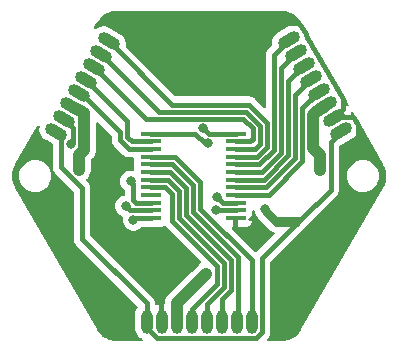
<source format=gbr>
%TF.GenerationSoftware,KiCad,Pcbnew,7.0.9*%
%TF.CreationDate,2024-01-11T17:27:39+09:00*%
%TF.ProjectId,LineIntegratedBoard,4c696e65-496e-4746-9567-726174656442,rev?*%
%TF.SameCoordinates,Original*%
%TF.FileFunction,Copper,L2,Bot*%
%TF.FilePolarity,Positive*%
%FSLAX46Y46*%
G04 Gerber Fmt 4.6, Leading zero omitted, Abs format (unit mm)*
G04 Created by KiCad (PCBNEW 7.0.9) date 2024-01-11 17:27:39*
%MOMM*%
%LPD*%
G01*
G04 APERTURE LIST*
G04 Aperture macros list*
%AMHorizOval*
0 Thick line with rounded ends*
0 $1 width*
0 $2 $3 position (X,Y) of the first rounded end (center of the circle)*
0 $4 $5 position (X,Y) of the second rounded end (center of the circle)*
0 Add line between two ends*
20,1,$1,$2,$3,$4,$5,0*
0 Add two circle primitives to create the rounded ends*
1,1,$1,$2,$3*
1,1,$1,$4,$5*%
G04 Aperture macros list end*
%TA.AperFunction,SMDPad,CuDef*%
%ADD10R,1.750000X0.450000*%
%TD*%
%TA.AperFunction,SMDPad,CuDef*%
%ADD11HorizOval,1.000000X0.433013X-0.250000X-0.433013X0.250000X0*%
%TD*%
%TA.AperFunction,SMDPad,CuDef*%
%ADD12O,1.000000X2.000000*%
%TD*%
%TA.AperFunction,SMDPad,CuDef*%
%ADD13HorizOval,1.000000X0.433013X0.250000X-0.433013X-0.250000X0*%
%TD*%
%TA.AperFunction,ViaPad*%
%ADD14C,0.800000*%
%TD*%
%TA.AperFunction,Conductor*%
%ADD15C,0.400000*%
%TD*%
%TA.AperFunction,Conductor*%
%ADD16C,1.000000*%
%TD*%
G04 APERTURE END LIST*
D10*
%TO.P,U1,1,COM*%
%TO.N,Data*%
X155492000Y-86595000D03*
%TO.P,U1,2,I7*%
%TO.N,8*%
X155492000Y-87245000D03*
%TO.P,U1,3,I6*%
%TO.N,7*%
X155492000Y-87895000D03*
%TO.P,U1,4,I5*%
%TO.N,6*%
X155492000Y-88545000D03*
%TO.P,U1,5,I4*%
%TO.N,5*%
X155492000Y-89195000D03*
%TO.P,U1,6,I3*%
%TO.N,4*%
X155492000Y-89845000D03*
%TO.P,U1,7,I2*%
%TO.N,3*%
X155492000Y-90495000D03*
%TO.P,U1,8,I1*%
%TO.N,2*%
X155492000Y-91145000D03*
%TO.P,U1,9,I0*%
%TO.N,1*%
X155492000Y-91795000D03*
%TO.P,U1,10,S0*%
%TO.N,S0*%
X155492000Y-92445000D03*
%TO.P,U1,11,S1*%
%TO.N,S1*%
X155492000Y-93095000D03*
%TO.P,U1,12,GND*%
%TO.N,GND*%
X155492000Y-93745000D03*
%TO.P,U1,13,S3*%
%TO.N,S3*%
X148292000Y-93745000D03*
%TO.P,U1,14,S2*%
%TO.N,S2*%
X148292000Y-93095000D03*
%TO.P,U1,15,~{E}*%
%TO.N,E*%
X148292000Y-92445000D03*
%TO.P,U1,16,I15*%
%TO.N,unconnected-(U1-I15-Pad16)*%
X148292000Y-91795000D03*
%TO.P,U1,17,I14*%
%TO.N,15*%
X148292000Y-91145000D03*
%TO.P,U1,18,I13*%
%TO.N,14*%
X148292000Y-90495000D03*
%TO.P,U1,19,I12*%
%TO.N,13*%
X148292000Y-89845000D03*
%TO.P,U1,20,I11*%
%TO.N,12*%
X148292000Y-89195000D03*
%TO.P,U1,21,I10*%
%TO.N,11*%
X148292000Y-88545000D03*
%TO.P,U1,22,I9*%
%TO.N,10*%
X148292000Y-87895000D03*
%TO.P,U1,23,I8*%
%TO.N,9*%
X148292000Y-87245000D03*
%TO.P,U1,24,VCC*%
%TO.N,+3.3V*%
X148292000Y-86595000D03*
%TD*%
D11*
%TO.P,J2,1,Pin_1*%
%TO.N,+3.3V*%
X140316683Y-86464282D03*
%TO.P,J2,2,Pin_2*%
%TO.N,GND*%
X140951683Y-85364430D03*
%TO.P,J2,3,Pin_3*%
%TO.N,+5VA*%
X141586683Y-84264578D03*
%TO.P,J2,4,Pin_4*%
%TO.N,10*%
X142221683Y-83164726D03*
%TO.P,J2,5,Pin_5*%
%TO.N,9*%
X142856683Y-82064873D03*
%TO.P,J2,6,Pin_6*%
%TO.N,8*%
X143491683Y-80965021D03*
%TO.P,J2,7,Pin_7*%
%TO.N,7*%
X144126683Y-79865169D03*
%TO.P,J2,8,Pin_8*%
%TO.N,6*%
X144761683Y-78765317D03*
%TD*%
D12*
%TO.P,J3,1,Pin_1*%
%TO.N,+3.3V*%
X147950000Y-102514400D03*
%TO.P,J3,2,Pin_2*%
%TO.N,GND*%
X149220000Y-102514400D03*
%TO.P,J3,3,Pin_3*%
%TO.N,+5VA*%
X150490000Y-102514400D03*
%TO.P,J3,4,Pin_4*%
%TO.N,15*%
X151760000Y-102514400D03*
%TO.P,J3,5,Pin_5*%
%TO.N,14*%
X153030000Y-102514400D03*
%TO.P,J3,6,Pin_6*%
%TO.N,13*%
X154300000Y-102514400D03*
%TO.P,J3,7,Pin_7*%
%TO.N,12*%
X155570000Y-102514400D03*
%TO.P,J3,8,Pin_8*%
%TO.N,11*%
X156840000Y-102514400D03*
%TD*%
D13*
%TO.P,J1,1,Pin_1*%
%TO.N,+3.3V*%
X164438283Y-86365725D03*
%TO.P,J1,2,Pin_2*%
%TO.N,GND*%
X163803283Y-85265873D03*
%TO.P,J1,3,Pin_3*%
%TO.N,+5VA*%
X163168283Y-84166021D03*
%TO.P,J1,4,Pin_4*%
%TO.N,1*%
X162533283Y-83066169D03*
%TO.P,J1,5,Pin_5*%
%TO.N,2*%
X161898283Y-81966316D03*
%TO.P,J1,6,Pin_6*%
%TO.N,3*%
X161263283Y-80866464D03*
%TO.P,J1,7,Pin_7*%
%TO.N,4*%
X160628283Y-79766612D03*
%TO.P,J1,8,Pin_8*%
%TO.N,5*%
X159993283Y-78666760D03*
%TD*%
D14*
%TO.N,+3.3V*%
X157988000Y-92964000D03*
X153160693Y-87391768D03*
%TO.N,GND*%
X159385000Y-77216000D03*
X140716000Y-96774000D03*
X151638000Y-97536000D03*
X160020000Y-96520000D03*
X152019000Y-82931000D03*
X165354000Y-87884000D03*
X146050000Y-77470000D03*
X145796000Y-100584000D03*
X158877000Y-99060000D03*
X157607000Y-83439000D03*
X141572955Y-87462062D03*
X157861000Y-78867000D03*
X159131000Y-103124000D03*
X162687000Y-99441000D03*
X143510000Y-98298000D03*
X152019000Y-77597000D03*
X145796000Y-96774000D03*
X139954000Y-93472000D03*
X138684000Y-87122000D03*
X157226000Y-96139000D03*
X165354000Y-94615000D03*
%TO.N,+5VA*%
X142240000Y-89662000D03*
X142240000Y-88392000D03*
X162630000Y-88392000D03*
X153000689Y-98459311D03*
X162630000Y-89662000D03*
X152400000Y-99060000D03*
%TO.N,Data*%
X152775236Y-86143500D03*
%TO.N,S0*%
X153924000Y-91948000D03*
%TO.N,S1*%
X153868039Y-93022439D03*
%TO.N,S3*%
X146840072Y-93894500D03*
%TO.N,S2*%
X146192971Y-92720968D03*
%TO.N,E*%
X146615332Y-90620668D03*
%TD*%
D15*
%TO.N,+3.3V*%
X157734000Y-101635608D02*
X157734000Y-97155000D01*
X157988000Y-93345000D02*
X158877000Y-94234000D01*
X140716000Y-86863599D02*
X140716000Y-89410792D01*
X158877000Y-93853000D02*
X160655000Y-93853000D01*
X163530000Y-91359000D02*
X163530000Y-87274008D01*
X152095365Y-86595000D02*
X152892133Y-87391768D01*
X163530000Y-87274008D02*
X164438283Y-86365725D01*
X147950000Y-102514400D02*
X147950000Y-103017192D01*
X158877000Y-94234000D02*
X160655000Y-94234000D01*
X142494000Y-95504000D02*
X147950000Y-100960000D01*
X157988000Y-92964000D02*
X158369000Y-93345000D01*
X157740000Y-101641608D02*
X157734000Y-101635608D01*
X157988000Y-92964000D02*
X157988000Y-93345000D01*
X158369000Y-93345000D02*
X158877000Y-93853000D01*
X140716000Y-89410792D02*
X142494000Y-91188792D01*
X160655000Y-93853000D02*
X161036000Y-93853000D01*
X161036000Y-93853000D02*
X163530000Y-91359000D01*
X142494000Y-91188792D02*
X142494000Y-95504000D01*
X140316683Y-86464282D02*
X140716000Y-86863599D01*
X157740000Y-103387192D02*
X157740000Y-101641608D01*
X157734000Y-97155000D02*
X161036000Y-93853000D01*
X148847208Y-103914400D02*
X157212792Y-103914400D01*
X148292000Y-86595000D02*
X152095365Y-86595000D01*
X152892133Y-87391768D02*
X153160693Y-87391768D01*
X157212792Y-103914400D02*
X157740000Y-103387192D01*
X147950000Y-100960000D02*
X147950000Y-102514400D01*
X147950000Y-103017192D02*
X148847208Y-103914400D01*
%TO.N,GND*%
X164465000Y-83467192D02*
X161637382Y-78569615D01*
X165503469Y-85265873D02*
X165862000Y-85886867D01*
X165862000Y-85886867D02*
X165862000Y-87376000D01*
X164465000Y-83487727D02*
X164465000Y-83467192D01*
X164567115Y-83664921D02*
X164574750Y-83657286D01*
X141715515Y-86128262D02*
X141715515Y-87319502D01*
X161637382Y-78569615D02*
X161544000Y-78486000D01*
X140951683Y-85364430D02*
X141715515Y-86128262D01*
X161417000Y-78187903D02*
X161002519Y-77470000D01*
X164574750Y-83657286D02*
X164493049Y-83515776D01*
X141715515Y-87319502D02*
X141572955Y-87462062D01*
X163803283Y-85265873D02*
X163919250Y-85149906D01*
X164567115Y-84502041D02*
X164567115Y-83664921D01*
X160748519Y-77216000D02*
X159385000Y-77216000D01*
X165862000Y-87376000D02*
X165354000Y-87884000D01*
X164493049Y-83515776D02*
X164465000Y-83487727D01*
X161544000Y-78486000D02*
X161417000Y-78187903D01*
X163919250Y-85149906D02*
X165387502Y-85149906D01*
X163803283Y-85265873D02*
X164567115Y-84502041D01*
X161002519Y-77470000D02*
X160748519Y-77216000D01*
X165387502Y-85149906D02*
X165503469Y-85265873D01*
D16*
%TO.N,+5VA*%
X142240000Y-88392000D02*
X142240000Y-89662000D01*
X162630000Y-88392000D02*
X162630000Y-89662000D01*
X142672455Y-84836000D02*
X141586683Y-84264578D01*
X162630000Y-88392000D02*
X162082511Y-87844511D01*
X162082511Y-87844511D02*
X162082511Y-84982466D01*
X150490000Y-102514400D02*
X150490000Y-100970000D01*
X162082511Y-84982466D02*
X162339807Y-84725170D01*
X142672455Y-87959545D02*
X142672455Y-84836000D01*
X142240000Y-88392000D02*
X142672455Y-87959545D01*
X162977041Y-84357263D02*
X163168283Y-84166021D01*
X162339807Y-84725170D02*
X162977041Y-84357263D01*
X152400000Y-99060000D02*
X153000689Y-98459311D01*
X150490000Y-100970000D02*
X152400000Y-99060000D01*
D15*
%TO.N,1*%
X155492000Y-91795000D02*
X158293168Y-91795000D01*
X158293168Y-91795000D02*
X161152000Y-88936168D01*
X161152000Y-88936168D02*
X161152000Y-84447452D01*
X161152000Y-84447452D02*
X162533283Y-83066169D01*
%TO.N,2*%
X158094640Y-91145000D02*
X160552000Y-88687640D01*
X155492000Y-91145000D02*
X158094640Y-91145000D01*
X160552000Y-88687640D02*
X160552000Y-83312599D01*
X160552000Y-83312599D02*
X161898283Y-81966316D01*
%TO.N,3*%
X155492000Y-90495000D02*
X157896112Y-90495000D01*
X159952000Y-88439112D02*
X159952000Y-82177747D01*
X159952000Y-82177747D02*
X161263283Y-80866464D01*
X157896112Y-90495000D02*
X159952000Y-88439112D01*
%TO.N,4*%
X159352000Y-88190584D02*
X159352000Y-81042895D01*
X159352000Y-81042895D02*
X160628283Y-79766612D01*
X155492000Y-89845000D02*
X157697584Y-89845000D01*
X157697584Y-89845000D02*
X159352000Y-88190584D01*
%TO.N,5*%
X158752000Y-87942056D02*
X158752000Y-79908043D01*
X155492000Y-89195000D02*
X157499056Y-89195000D01*
X158752000Y-79908043D02*
X159993283Y-78666760D01*
X157499056Y-89195000D02*
X158752000Y-87942056D01*
%TO.N,6*%
X150140366Y-84144000D02*
X144761683Y-78765317D01*
X155492000Y-88545000D02*
X157300528Y-88545000D01*
X158152000Y-85657944D02*
X156638056Y-84144000D01*
X156638056Y-84144000D02*
X150140366Y-84144000D01*
X157300528Y-88545000D02*
X158152000Y-87693528D01*
X158152000Y-87693528D02*
X158152000Y-85657944D01*
%TO.N,7*%
X149005514Y-84744000D02*
X144126683Y-79865169D01*
X157552000Y-85906472D02*
X156389528Y-84744000D01*
X155492000Y-87895000D02*
X157102000Y-87895000D01*
X156389528Y-84744000D02*
X149005514Y-84744000D01*
X157552000Y-87445000D02*
X157552000Y-85906472D01*
X157102000Y-87895000D02*
X157552000Y-87445000D01*
%TO.N,8*%
X156952000Y-87035000D02*
X156952000Y-86155000D01*
X156952000Y-86155000D02*
X156141000Y-85344000D01*
X155492000Y-87245000D02*
X156742000Y-87245000D01*
X156742000Y-87245000D02*
X156952000Y-87035000D01*
X147870662Y-85344000D02*
X143491683Y-80965021D01*
X156141000Y-85344000D02*
X147870662Y-85344000D01*
%TO.N,9*%
X146304000Y-85512190D02*
X142856683Y-82064873D01*
X146681000Y-87245000D02*
X146304000Y-86868000D01*
X146304000Y-86868000D02*
X146304000Y-85512190D01*
X148292000Y-87245000D02*
X146681000Y-87245000D01*
%TO.N,10*%
X142404696Y-83164726D02*
X142221683Y-83164726D01*
X148292000Y-87895000D02*
X146482472Y-87895000D01*
X145704000Y-86464030D02*
X142404696Y-83164726D01*
X145704000Y-87116528D02*
X145704000Y-86464030D01*
X146482472Y-87895000D02*
X145704000Y-87116528D01*
%TO.N,11*%
X152514000Y-92983096D02*
X152514000Y-90722888D01*
X150336112Y-88545000D02*
X148292000Y-88545000D01*
X156840000Y-102514400D02*
X156840000Y-97309096D01*
X156840000Y-97309096D02*
X152514000Y-92983096D01*
X152514000Y-90722888D02*
X150336112Y-88545000D01*
%TO.N,12*%
X151914000Y-90971416D02*
X150137584Y-89195000D01*
X155700689Y-102383711D02*
X155700689Y-97018313D01*
X150137584Y-89195000D02*
X148292000Y-89195000D01*
X151914000Y-93231624D02*
X151914000Y-90971416D01*
X155700689Y-97018313D02*
X151914000Y-93231624D01*
X155570000Y-102514400D02*
X155700689Y-102383711D01*
%TO.N,13*%
X155100689Y-97266841D02*
X151314000Y-93480152D01*
X151314000Y-93480152D02*
X151314000Y-91219944D01*
X154300000Y-102514400D02*
X154300000Y-100635056D01*
X155100689Y-99834367D02*
X155100689Y-97266841D01*
X151314000Y-91219944D02*
X149939056Y-89845000D01*
X154300000Y-100635056D02*
X155100689Y-99834367D01*
X149939056Y-89845000D02*
X148292000Y-89845000D01*
%TO.N,14*%
X150714000Y-91468472D02*
X149740528Y-90495000D01*
X153030000Y-102514400D02*
X153030000Y-101056528D01*
X149740528Y-90495000D02*
X148292000Y-90495000D01*
X150714000Y-93728680D02*
X150714000Y-91468472D01*
X154500689Y-97515369D02*
X150714000Y-93728680D01*
X154500689Y-99585839D02*
X154500689Y-97515369D01*
X153030000Y-101056528D02*
X154500689Y-99585839D01*
%TO.N,15*%
X151760000Y-101478000D02*
X153900689Y-99337311D01*
X151760000Y-102514400D02*
X151760000Y-101478000D01*
X150114000Y-91717000D02*
X149542000Y-91145000D01*
X153900689Y-99337311D02*
X153900689Y-97766689D01*
X150114000Y-93980000D02*
X150114000Y-91717000D01*
X153900689Y-97766689D02*
X150114000Y-93980000D01*
X149542000Y-91145000D02*
X148292000Y-91145000D01*
%TO.N,Data*%
X152775236Y-86143500D02*
X153226736Y-86595000D01*
X153226736Y-86595000D02*
X155492000Y-86595000D01*
%TO.N,S0*%
X153924000Y-91948000D02*
X154421000Y-92445000D01*
X154421000Y-92445000D02*
X155492000Y-92445000D01*
%TO.N,S1*%
X153940600Y-93095000D02*
X155492000Y-93095000D01*
X153868039Y-93022439D02*
X153940600Y-93095000D01*
%TO.N,S3*%
X146840072Y-93894500D02*
X146989572Y-93745000D01*
X146989572Y-93745000D02*
X148292000Y-93745000D01*
%TO.N,S2*%
X146567003Y-93095000D02*
X146192971Y-92720968D01*
X148292000Y-93095000D02*
X146567003Y-93095000D01*
%TO.N,E*%
X146812000Y-90817336D02*
X146812000Y-92215000D01*
X147042000Y-92445000D02*
X148292000Y-92445000D01*
X146615332Y-90620668D02*
X146812000Y-90817336D01*
X146812000Y-92215000D02*
X147042000Y-92445000D01*
%TD*%
%TA.AperFunction,Conductor*%
%TO.N,GND*%
G36*
X138853604Y-85917338D02*
G01*
X138894132Y-85974253D01*
X138899187Y-86035654D01*
X138880303Y-86146388D01*
X138880303Y-86146391D01*
X138887175Y-86349756D01*
X138887175Y-86349757D01*
X138934845Y-86547572D01*
X138934847Y-86547580D01*
X139021358Y-86731748D01*
X139143171Y-86894733D01*
X139143172Y-86894734D01*
X139143176Y-86894739D01*
X139295310Y-87029870D01*
X139295312Y-87029871D01*
X139295313Y-87029872D01*
X139519202Y-87159134D01*
X139953500Y-87409875D01*
X140001716Y-87460442D01*
X140015500Y-87517262D01*
X140015500Y-89387743D01*
X140015387Y-89391488D01*
X140013866Y-89416642D01*
X140011642Y-89453398D01*
X140018746Y-89492165D01*
X140022821Y-89514404D01*
X140023384Y-89518105D01*
X140030859Y-89579662D01*
X140030860Y-89579666D01*
X140034451Y-89589135D01*
X140040474Y-89610738D01*
X140042304Y-89620722D01*
X140067759Y-89677282D01*
X140069189Y-89680733D01*
X140091182Y-89738722D01*
X140091183Y-89738723D01*
X140096936Y-89747058D01*
X140107961Y-89766605D01*
X140112120Y-89775847D01*
X140112124Y-89775852D01*
X140128926Y-89797298D01*
X140139546Y-89810854D01*
X140150371Y-89824670D01*
X140152591Y-89827688D01*
X140187812Y-89878716D01*
X140187816Y-89878720D01*
X140187817Y-89878721D01*
X140234250Y-89919856D01*
X140236941Y-89922390D01*
X141002059Y-90687508D01*
X141757181Y-91442630D01*
X141790666Y-91503953D01*
X141793500Y-91530311D01*
X141793500Y-95480951D01*
X141793387Y-95484696D01*
X141789642Y-95546603D01*
X141789642Y-95546605D01*
X141800821Y-95607612D01*
X141801384Y-95611313D01*
X141808859Y-95672870D01*
X141808860Y-95672874D01*
X141812451Y-95682343D01*
X141818474Y-95703946D01*
X141820304Y-95713930D01*
X141845759Y-95770490D01*
X141847189Y-95773941D01*
X141869182Y-95831930D01*
X141869183Y-95831931D01*
X141874936Y-95840266D01*
X141885961Y-95859813D01*
X141890120Y-95869055D01*
X141890124Y-95869060D01*
X141928371Y-95917878D01*
X141930591Y-95920896D01*
X141965812Y-95971924D01*
X141965816Y-95971928D01*
X141965817Y-95971929D01*
X142012250Y-96013064D01*
X142014941Y-96015598D01*
X146252890Y-100253547D01*
X147185060Y-101185717D01*
X147218545Y-101247040D01*
X147213561Y-101316732D01*
X147189478Y-101353223D01*
X147191045Y-101354568D01*
X147186948Y-101359340D01*
X147070705Y-101526349D01*
X146990459Y-101713343D01*
X146949500Y-101912658D01*
X146949500Y-103065143D01*
X146964925Y-103216839D01*
X147025837Y-103410979D01*
X147025844Y-103410994D01*
X147124589Y-103588899D01*
X147124592Y-103588904D01*
X147257132Y-103743293D01*
X147257134Y-103743295D01*
X147418037Y-103867845D01*
X147418038Y-103867845D01*
X147418042Y-103867848D01*
X147553255Y-103934173D01*
X147604773Y-103981369D01*
X147622598Y-104048927D01*
X147601068Y-104115397D01*
X147547020Y-104159675D01*
X147498645Y-104169500D01*
X145473835Y-104169500D01*
X145469779Y-104169367D01*
X145418596Y-104166013D01*
X145198820Y-104149542D01*
X145191352Y-104148523D01*
X145083485Y-104127067D01*
X144923329Y-104090511D01*
X144917192Y-104088774D01*
X144804083Y-104050378D01*
X144801361Y-104049383D01*
X144658451Y-103993295D01*
X144653679Y-103991186D01*
X144543699Y-103936951D01*
X144540126Y-103935042D01*
X144423739Y-103867845D01*
X144409062Y-103859371D01*
X144405616Y-103857228D01*
X144303673Y-103789112D01*
X144299460Y-103786033D01*
X144179403Y-103690290D01*
X144177180Y-103688431D01*
X144141493Y-103657134D01*
X144087388Y-103609685D01*
X144082820Y-103605243D01*
X144082817Y-103605240D01*
X143971101Y-103484839D01*
X143898564Y-103402126D01*
X143893952Y-103396175D01*
X143769944Y-103214293D01*
X143741282Y-103171396D01*
X143739155Y-103167977D01*
X136812979Y-91171487D01*
X136811073Y-91167921D01*
X136809064Y-91163848D01*
X136788373Y-91121890D01*
X136692767Y-90923360D01*
X136689927Y-90916413D01*
X136654560Y-90812225D01*
X136606143Y-90655258D01*
X136604584Y-90649098D01*
X136581273Y-90531905D01*
X136580788Y-90529131D01*
X136557895Y-90377240D01*
X136557340Y-90372101D01*
X136549663Y-90254959D01*
X136549319Y-90249706D01*
X136549186Y-90245651D01*
X136549186Y-90170000D01*
X137175941Y-90170000D01*
X137196536Y-90405403D01*
X137196538Y-90405413D01*
X137257694Y-90633655D01*
X137257696Y-90633659D01*
X137257697Y-90633663D01*
X137279436Y-90680282D01*
X137357564Y-90847828D01*
X137357565Y-90847830D01*
X137493105Y-91041402D01*
X137660197Y-91208494D01*
X137853769Y-91344034D01*
X137853771Y-91344035D01*
X138067937Y-91443903D01*
X138296192Y-91505063D01*
X138472634Y-91520500D01*
X138590566Y-91520500D01*
X138767008Y-91505063D01*
X138995263Y-91443903D01*
X139209429Y-91344035D01*
X139403001Y-91208495D01*
X139570095Y-91041401D01*
X139705635Y-90847830D01*
X139805503Y-90633663D01*
X139866663Y-90405408D01*
X139887259Y-90170000D01*
X139885513Y-90150049D01*
X139875787Y-90038880D01*
X139866663Y-89934592D01*
X139819754Y-89759523D01*
X139805505Y-89706344D01*
X139805504Y-89706343D01*
X139805503Y-89706337D01*
X139705635Y-89492171D01*
X139705634Y-89492169D01*
X139570094Y-89298597D01*
X139403002Y-89131505D01*
X139209430Y-88995965D01*
X139209428Y-88995964D01*
X139051073Y-88922122D01*
X138995263Y-88896097D01*
X138995259Y-88896096D01*
X138995255Y-88896094D01*
X138767013Y-88834938D01*
X138767003Y-88834936D01*
X138590566Y-88819500D01*
X138472634Y-88819500D01*
X138296196Y-88834936D01*
X138296186Y-88834938D01*
X138067944Y-88896094D01*
X138067935Y-88896098D01*
X137853771Y-88995964D01*
X137853769Y-88995965D01*
X137660197Y-89131505D01*
X137493106Y-89298597D01*
X137493101Y-89298604D01*
X137357567Y-89492165D01*
X137357565Y-89492169D01*
X137257698Y-89706335D01*
X137257694Y-89706344D01*
X137196538Y-89934586D01*
X137196536Y-89934596D01*
X137175941Y-90169999D01*
X137175941Y-90170000D01*
X136549186Y-90170000D01*
X136549186Y-90094347D01*
X136549319Y-90090292D01*
X136552688Y-90038880D01*
X136557340Y-89967893D01*
X136557894Y-89962764D01*
X136580791Y-89810854D01*
X136581271Y-89808108D01*
X136604586Y-89690892D01*
X136606140Y-89684750D01*
X136654552Y-89527797D01*
X136689928Y-89423583D01*
X136692765Y-89416642D01*
X136788408Y-89218039D01*
X136792875Y-89208979D01*
X136811084Y-89172054D01*
X136812979Y-89168511D01*
X138669566Y-85952807D01*
X138720132Y-85904593D01*
X138788739Y-85891370D01*
X138853604Y-85917338D01*
G37*
%TD.AperFunction*%
%TA.AperFunction,Conductor*%
G36*
X166062048Y-85854010D02*
G01*
X166094744Y-85890991D01*
X167979615Y-89155684D01*
X167979616Y-89155684D01*
X167987012Y-89168496D01*
X167988923Y-89172073D01*
X168011592Y-89218039D01*
X168107231Y-89416637D01*
X168110076Y-89423597D01*
X168145434Y-89527759D01*
X168164366Y-89589135D01*
X168193853Y-89684732D01*
X168195417Y-89690915D01*
X168218716Y-89808046D01*
X168219215Y-89810902D01*
X168242101Y-89962740D01*
X168242661Y-89967928D01*
X168250561Y-90088453D01*
X168250681Y-90090276D01*
X168250814Y-90094333D01*
X168250814Y-90245665D01*
X168250682Y-90249706D01*
X168248337Y-90285473D01*
X168242661Y-90372070D01*
X168242101Y-90377258D01*
X168219215Y-90529096D01*
X168218716Y-90531952D01*
X168195417Y-90649083D01*
X168193853Y-90655265D01*
X168145441Y-90812219D01*
X168128931Y-90860858D01*
X168110079Y-90916394D01*
X168107227Y-90923371D01*
X168011609Y-91121925D01*
X167988915Y-91167942D01*
X167987002Y-91171520D01*
X161060843Y-103167978D01*
X161058700Y-103171424D01*
X161030148Y-103214155D01*
X160906055Y-103396165D01*
X160901439Y-103402123D01*
X160828898Y-103484843D01*
X160717185Y-103605240D01*
X160712612Y-103609686D01*
X160622800Y-103688449D01*
X160620577Y-103690308D01*
X160500554Y-103786024D01*
X160496341Y-103789104D01*
X160394363Y-103857243D01*
X160390917Y-103859386D01*
X160259891Y-103935034D01*
X160256312Y-103936947D01*
X160146319Y-103991189D01*
X160141546Y-103993298D01*
X159998638Y-104049385D01*
X159995917Y-104050380D01*
X159882805Y-104088778D01*
X159876667Y-104090515D01*
X159716542Y-104127063D01*
X159608639Y-104148526D01*
X159601170Y-104149545D01*
X159381246Y-104166024D01*
X159339638Y-104168752D01*
X159330258Y-104169367D01*
X159326210Y-104169500D01*
X158247710Y-104169500D01*
X158180671Y-104149815D01*
X158134916Y-104097011D01*
X158124972Y-104027853D01*
X158153997Y-103964297D01*
X158160028Y-103957820D01*
X158160388Y-103957460D01*
X158219072Y-103898775D01*
X158221731Y-103896272D01*
X158268183Y-103855121D01*
X158303417Y-103804075D01*
X158305620Y-103801079D01*
X158343878Y-103752248D01*
X158348037Y-103743005D01*
X158359061Y-103723460D01*
X158364818Y-103715122D01*
X158386810Y-103657131D01*
X158388232Y-103653695D01*
X158413695Y-103597123D01*
X158415522Y-103587151D01*
X158421546Y-103565539D01*
X158425140Y-103556064D01*
X158432613Y-103494516D01*
X158433177Y-103490811D01*
X158436535Y-103472481D01*
X158444358Y-103429798D01*
X158440613Y-103367888D01*
X158440500Y-103364143D01*
X158440500Y-101664643D01*
X158440613Y-101660898D01*
X158444357Y-101599002D01*
X158436531Y-101556295D01*
X158434500Y-101533944D01*
X158434500Y-97496518D01*
X158454185Y-97429479D01*
X158470814Y-97408842D01*
X161097353Y-94782302D01*
X161114582Y-94767943D01*
X161122929Y-94762183D01*
X161164065Y-94715748D01*
X161166599Y-94713056D01*
X161478353Y-94401302D01*
X161495582Y-94386943D01*
X161503929Y-94381183D01*
X161545081Y-94334730D01*
X161547603Y-94332052D01*
X161561290Y-94318367D01*
X164009056Y-91870599D01*
X164011748Y-91868065D01*
X164058183Y-91826929D01*
X164093417Y-91775883D01*
X164095620Y-91772887D01*
X164133878Y-91724056D01*
X164138037Y-91714813D01*
X164149061Y-91695268D01*
X164154818Y-91686930D01*
X164176810Y-91628939D01*
X164178232Y-91625503D01*
X164203695Y-91568931D01*
X164205522Y-91558959D01*
X164211546Y-91537347D01*
X164215140Y-91527872D01*
X164222613Y-91466324D01*
X164223177Y-91462619D01*
X164226840Y-91442630D01*
X164234358Y-91401606D01*
X164230613Y-91339696D01*
X164230500Y-91335951D01*
X164230500Y-90170000D01*
X164912741Y-90170000D01*
X164933336Y-90405403D01*
X164933338Y-90405413D01*
X164994494Y-90633655D01*
X164994496Y-90633659D01*
X164994497Y-90633663D01*
X165016236Y-90680282D01*
X165094364Y-90847828D01*
X165094365Y-90847830D01*
X165229905Y-91041402D01*
X165396997Y-91208494D01*
X165590569Y-91344034D01*
X165590571Y-91344035D01*
X165804737Y-91443903D01*
X166032992Y-91505063D01*
X166209434Y-91520500D01*
X166327366Y-91520500D01*
X166503808Y-91505063D01*
X166732063Y-91443903D01*
X166946229Y-91344035D01*
X167139801Y-91208495D01*
X167306895Y-91041401D01*
X167442435Y-90847830D01*
X167542303Y-90633663D01*
X167603463Y-90405408D01*
X167624059Y-90170000D01*
X167622313Y-90150049D01*
X167612587Y-90038880D01*
X167603463Y-89934592D01*
X167556554Y-89759523D01*
X167542305Y-89706344D01*
X167542304Y-89706343D01*
X167542303Y-89706337D01*
X167442435Y-89492171D01*
X167442434Y-89492169D01*
X167306894Y-89298597D01*
X167139802Y-89131505D01*
X166946230Y-88995965D01*
X166946228Y-88995964D01*
X166787873Y-88922122D01*
X166732063Y-88896097D01*
X166732059Y-88896096D01*
X166732055Y-88896094D01*
X166503813Y-88834938D01*
X166503803Y-88834936D01*
X166327366Y-88819500D01*
X166209434Y-88819500D01*
X166032996Y-88834936D01*
X166032986Y-88834938D01*
X165804744Y-88896094D01*
X165804735Y-88896098D01*
X165590571Y-88995964D01*
X165590569Y-88995965D01*
X165396997Y-89131505D01*
X165229906Y-89298597D01*
X165229901Y-89298604D01*
X165094367Y-89492165D01*
X165094365Y-89492169D01*
X164994498Y-89706335D01*
X164994494Y-89706344D01*
X164933338Y-89934586D01*
X164933336Y-89934596D01*
X164912741Y-90169999D01*
X164912741Y-90170000D01*
X164230500Y-90170000D01*
X164230500Y-87684636D01*
X164250185Y-87617597D01*
X164302989Y-87571842D01*
X164315372Y-87566971D01*
X164417409Y-87533054D01*
X165415490Y-86956812D01*
X165539150Y-86867605D01*
X165676831Y-86717776D01*
X165781534Y-86543299D01*
X165848971Y-86351317D01*
X165876383Y-86149690D01*
X165863640Y-85961362D01*
X165878754Y-85893147D01*
X165928348Y-85843932D01*
X165996678Y-85829342D01*
X166062048Y-85854010D01*
G37*
%TD.AperFunction*%
%TA.AperFunction,Conductor*%
G36*
X143878158Y-85629291D02*
G01*
X143884636Y-85635323D01*
X144967181Y-86717868D01*
X145000666Y-86779191D01*
X145003500Y-86805549D01*
X145003500Y-87093479D01*
X145003387Y-87097224D01*
X144999642Y-87159131D01*
X144999642Y-87159133D01*
X145010821Y-87220140D01*
X145011384Y-87223841D01*
X145018859Y-87285398D01*
X145018860Y-87285402D01*
X145022451Y-87294871D01*
X145028474Y-87316474D01*
X145030304Y-87326458D01*
X145055759Y-87383018D01*
X145057189Y-87386469D01*
X145079182Y-87444458D01*
X145083826Y-87451185D01*
X145084936Y-87452794D01*
X145095961Y-87472341D01*
X145100120Y-87481583D01*
X145100124Y-87481588D01*
X145138371Y-87530406D01*
X145140591Y-87533424D01*
X145175812Y-87584452D01*
X145175816Y-87584456D01*
X145175817Y-87584457D01*
X145222250Y-87625592D01*
X145224941Y-87628126D01*
X145970871Y-88374056D01*
X145973407Y-88376750D01*
X146014543Y-88423183D01*
X146065602Y-88458427D01*
X146068584Y-88460621D01*
X146117416Y-88498878D01*
X146117419Y-88498880D01*
X146117418Y-88498880D01*
X146126649Y-88503034D01*
X146146203Y-88514062D01*
X146154538Y-88519816D01*
X146154540Y-88519816D01*
X146154542Y-88519818D01*
X146212551Y-88541817D01*
X146215948Y-88543224D01*
X146258381Y-88562322D01*
X146272536Y-88568693D01*
X146272537Y-88568693D01*
X146272541Y-88568695D01*
X146282506Y-88570521D01*
X146304128Y-88576548D01*
X146307249Y-88577731D01*
X146313600Y-88580140D01*
X146358723Y-88585618D01*
X146375146Y-88587613D01*
X146378843Y-88588175D01*
X146439866Y-88599358D01*
X146495224Y-88596009D01*
X146501775Y-88595613D01*
X146505520Y-88595500D01*
X146792501Y-88595500D01*
X146859540Y-88615185D01*
X146905295Y-88667989D01*
X146916501Y-88719500D01*
X146916501Y-88817878D01*
X146920679Y-88856745D01*
X146920679Y-88883250D01*
X146916500Y-88922122D01*
X146916500Y-89467869D01*
X146916501Y-89467878D01*
X146920679Y-89506745D01*
X146920679Y-89533251D01*
X146916500Y-89572123D01*
X146916500Y-89610938D01*
X146896815Y-89677977D01*
X146844011Y-89723732D01*
X146774853Y-89733676D01*
X146766721Y-89732229D01*
X146709978Y-89720168D01*
X146520686Y-89720168D01*
X146503919Y-89723732D01*
X146335529Y-89759523D01*
X146335524Y-89759525D01*
X146162602Y-89836516D01*
X146162597Y-89836519D01*
X146009461Y-89947779D01*
X145882798Y-90088453D01*
X145788153Y-90252383D01*
X145788150Y-90252390D01*
X145730121Y-90430987D01*
X145729658Y-90432412D01*
X145709872Y-90620668D01*
X145729658Y-90808924D01*
X145730749Y-90812282D01*
X145788150Y-90988945D01*
X145788153Y-90988952D01*
X145882799Y-91152884D01*
X146009461Y-91293556D01*
X146060384Y-91330553D01*
X146103051Y-91385883D01*
X146111500Y-91430872D01*
X146111500Y-91717254D01*
X146091815Y-91784293D01*
X146039011Y-91830048D01*
X146013281Y-91838544D01*
X145913168Y-91859823D01*
X145913163Y-91859825D01*
X145740241Y-91936816D01*
X145740236Y-91936819D01*
X145587100Y-92048079D01*
X145460437Y-92188753D01*
X145365792Y-92352683D01*
X145365789Y-92352690D01*
X145319388Y-92495500D01*
X145307297Y-92532712D01*
X145287511Y-92720968D01*
X145307297Y-92909224D01*
X145307298Y-92909227D01*
X145365789Y-93089245D01*
X145365792Y-93089252D01*
X145460438Y-93253184D01*
X145563705Y-93367873D01*
X145587100Y-93393856D01*
X145740236Y-93505116D01*
X145740241Y-93505119D01*
X145883206Y-93568772D01*
X145936443Y-93614022D01*
X145956764Y-93680871D01*
X145954871Y-93699759D01*
X145955078Y-93699781D01*
X145954399Y-93706240D01*
X145954398Y-93706244D01*
X145934612Y-93894500D01*
X145954398Y-94082756D01*
X145954399Y-94082759D01*
X146012890Y-94262777D01*
X146012893Y-94262784D01*
X146107539Y-94426716D01*
X146219144Y-94550666D01*
X146234201Y-94567388D01*
X146387337Y-94678648D01*
X146387342Y-94678651D01*
X146560264Y-94755642D01*
X146560269Y-94755644D01*
X146745426Y-94795000D01*
X146745427Y-94795000D01*
X146934716Y-94795000D01*
X146934718Y-94795000D01*
X147119875Y-94755644D01*
X147292802Y-94678651D01*
X147445943Y-94567388D01*
X147496240Y-94511527D01*
X147555726Y-94474878D01*
X147588390Y-94470499D01*
X149214871Y-94470499D01*
X149214872Y-94470499D01*
X149274483Y-94464091D01*
X149409331Y-94413796D01*
X149409336Y-94413791D01*
X149417109Y-94409548D01*
X149418118Y-94411396D01*
X149472442Y-94391125D01*
X149540717Y-94405966D01*
X149583356Y-94444365D01*
X149585814Y-94447926D01*
X149585816Y-94447928D01*
X149585817Y-94447929D01*
X149632250Y-94489064D01*
X149634941Y-94491598D01*
X151115267Y-95971924D01*
X152533746Y-97390403D01*
X152567231Y-97451726D01*
X152562247Y-97521418D01*
X152520375Y-97577351D01*
X152514303Y-97581620D01*
X152365168Y-97679910D01*
X151764481Y-98280598D01*
X149791531Y-100253547D01*
X149726946Y-100314942D01*
X149691899Y-100365294D01*
X149689062Y-100369056D01*
X149650302Y-100416592D01*
X149650299Y-100416597D01*
X149634392Y-100447047D01*
X149630324Y-100453761D01*
X149610702Y-100481954D01*
X149586509Y-100538330D01*
X149584488Y-100542584D01*
X149556091Y-100596951D01*
X149556090Y-100596952D01*
X149546640Y-100629975D01*
X149544007Y-100637371D01*
X149530459Y-100668943D01*
X149518113Y-100729019D01*
X149516990Y-100733595D01*
X149500113Y-100792577D01*
X149500113Y-100792579D01*
X149497503Y-100826841D01*
X149496414Y-100834608D01*
X149491938Y-100856393D01*
X149489500Y-100868258D01*
X149489500Y-100929597D01*
X149489321Y-100934307D01*
X149485662Y-100982346D01*
X149470000Y-101023752D01*
X149470000Y-102640400D01*
X149450315Y-102707439D01*
X149397511Y-102753194D01*
X149346000Y-102764400D01*
X149094000Y-102764400D01*
X149026961Y-102744715D01*
X148981206Y-102691911D01*
X148970000Y-102640400D01*
X148970000Y-101041033D01*
X148968053Y-101041331D01*
X148968047Y-101041333D01*
X148817820Y-101096971D01*
X148748118Y-101101795D01*
X148686872Y-101068169D01*
X148653528Y-101006769D01*
X148650981Y-100973202D01*
X148654357Y-100917394D01*
X148643177Y-100856386D01*
X148642615Y-100852689D01*
X148637173Y-100807871D01*
X148635140Y-100791128D01*
X148631546Y-100781651D01*
X148625519Y-100760029D01*
X148623694Y-100750070D01*
X148623694Y-100750068D01*
X148598241Y-100693514D01*
X148596807Y-100690052D01*
X148574818Y-100632071D01*
X148574818Y-100632070D01*
X148569058Y-100623726D01*
X148558035Y-100604180D01*
X148554782Y-100596952D01*
X148553878Y-100594943D01*
X148515617Y-100546107D01*
X148513417Y-100543117D01*
X148496786Y-100519021D01*
X148478185Y-100492073D01*
X148466763Y-100481954D01*
X148431750Y-100450935D01*
X148429056Y-100448399D01*
X143230819Y-95250162D01*
X143197334Y-95188839D01*
X143194500Y-95162481D01*
X143194500Y-91211839D01*
X143194613Y-91208094D01*
X143198358Y-91146186D01*
X143187175Y-91085163D01*
X143186613Y-91081466D01*
X143183605Y-91056697D01*
X143179140Y-91019920D01*
X143175548Y-91010448D01*
X143169521Y-90988826D01*
X143167695Y-90978863D01*
X143167695Y-90978861D01*
X143142224Y-90922268D01*
X143140817Y-90918871D01*
X143118818Y-90860862D01*
X143118816Y-90860860D01*
X143118816Y-90860858D01*
X143113062Y-90852523D01*
X143102034Y-90832969D01*
X143097880Y-90823739D01*
X143094950Y-90819999D01*
X143059621Y-90774904D01*
X143057427Y-90771922D01*
X143022183Y-90720863D01*
X142975750Y-90679727D01*
X142973056Y-90677191D01*
X142892976Y-90597111D01*
X142859491Y-90535788D01*
X142864475Y-90466096D01*
X142895219Y-90419562D01*
X143003053Y-90317059D01*
X143119295Y-90150049D01*
X143199540Y-89963058D01*
X143240500Y-89763741D01*
X143240500Y-88857783D01*
X143260185Y-88790744D01*
X143276815Y-88770105D01*
X143370942Y-88675978D01*
X143435505Y-88614607D01*
X143435505Y-88614606D01*
X143435508Y-88614604D01*
X143470567Y-88564231D01*
X143473380Y-88560502D01*
X143512153Y-88512952D01*
X143528062Y-88482493D01*
X143532122Y-88475793D01*
X143551750Y-88447594D01*
X143575947Y-88391205D01*
X143577953Y-88386980D01*
X143606364Y-88332594D01*
X143615815Y-88299560D01*
X143618446Y-88292173D01*
X143627049Y-88272127D01*
X143631995Y-88260603D01*
X143644348Y-88200485D01*
X143645461Y-88195957D01*
X143662342Y-88136963D01*
X143664950Y-88102700D01*
X143666042Y-88094921D01*
X143671995Y-88065959D01*
X143672955Y-88061286D01*
X143672955Y-87999946D01*
X143673134Y-87995237D01*
X143677792Y-87934070D01*
X143673452Y-87899986D01*
X143672955Y-87892147D01*
X143672955Y-85723004D01*
X143692640Y-85655965D01*
X143745444Y-85610210D01*
X143814602Y-85600266D01*
X143878158Y-85629291D01*
G37*
%TD.AperFunction*%
%TA.AperFunction,Conductor*%
G36*
X157072701Y-93118727D02*
G01*
X157109430Y-93174121D01*
X157160819Y-93332280D01*
X157160821Y-93332284D01*
X157255466Y-93496215D01*
X157307299Y-93553782D01*
X157328224Y-93585861D01*
X157339759Y-93611489D01*
X157341192Y-93614950D01*
X157363178Y-93672922D01*
X157363183Y-93672931D01*
X157368936Y-93681266D01*
X157379961Y-93700813D01*
X157384120Y-93710055D01*
X157384122Y-93710057D01*
X157412856Y-93746734D01*
X157422371Y-93758878D01*
X157424591Y-93761896D01*
X157459812Y-93812924D01*
X157459816Y-93812928D01*
X157459817Y-93812929D01*
X157506250Y-93854064D01*
X157508941Y-93856598D01*
X158365399Y-94713056D01*
X158367935Y-94715750D01*
X158409071Y-94762183D01*
X158460106Y-94797410D01*
X158463122Y-94799630D01*
X158489490Y-94820287D01*
X158511943Y-94837878D01*
X158518845Y-94840984D01*
X158521182Y-94842036D01*
X158540733Y-94853063D01*
X158549070Y-94858818D01*
X158607065Y-94880812D01*
X158610474Y-94882223D01*
X158657787Y-94903517D01*
X158667064Y-94907693D01*
X158667065Y-94907693D01*
X158667069Y-94907695D01*
X158677034Y-94909521D01*
X158698656Y-94915548D01*
X158708125Y-94919139D01*
X158708128Y-94919140D01*
X158708130Y-94919140D01*
X158712122Y-94920124D01*
X158714739Y-94921647D01*
X158715141Y-94921800D01*
X158715115Y-94921866D01*
X158772506Y-94955275D01*
X158804299Y-95017492D01*
X158797409Y-95087021D01*
X158770138Y-95128204D01*
X157297632Y-96600709D01*
X157236309Y-96634194D01*
X157166617Y-96629210D01*
X157122270Y-96600709D01*
X155203242Y-94681681D01*
X155169757Y-94620358D01*
X155174741Y-94550666D01*
X155216613Y-94494733D01*
X155257527Y-94479472D01*
X155267000Y-94470000D01*
X155267000Y-93944499D01*
X155286685Y-93877460D01*
X155339489Y-93831705D01*
X155390997Y-93820499D01*
X155593001Y-93820499D01*
X155660039Y-93840184D01*
X155705794Y-93892988D01*
X155717000Y-93944499D01*
X155717000Y-94470000D01*
X156414828Y-94470000D01*
X156414844Y-94469999D01*
X156474372Y-94463598D01*
X156474379Y-94463596D01*
X156609086Y-94413354D01*
X156609093Y-94413350D01*
X156724187Y-94327190D01*
X156724190Y-94327187D01*
X156810350Y-94212093D01*
X156810354Y-94212086D01*
X156860596Y-94077379D01*
X156860598Y-94077372D01*
X156866999Y-94017844D01*
X156867000Y-94017827D01*
X156867000Y-93970000D01*
X156706435Y-93970000D01*
X156639396Y-93950315D01*
X156593641Y-93897511D01*
X156583697Y-93828353D01*
X156612722Y-93764797D01*
X156632124Y-93746734D01*
X156694873Y-93699759D01*
X156724546Y-93677546D01*
X156783849Y-93598328D01*
X156805289Y-93569688D01*
X156853105Y-93533894D01*
X156867000Y-93520000D01*
X156867000Y-93472182D01*
X156866999Y-93472164D01*
X156863068Y-93435602D01*
X156863068Y-93409094D01*
X156867500Y-93367873D01*
X156867499Y-93212438D01*
X156887183Y-93145401D01*
X156939987Y-93099646D01*
X157009145Y-93089702D01*
X157072701Y-93118727D01*
G37*
%TD.AperFunction*%
%TA.AperFunction,Conductor*%
G36*
X165426480Y-84753174D02*
G01*
X165459176Y-84790155D01*
X165682013Y-85176121D01*
X165698486Y-85244021D01*
X165675633Y-85310048D01*
X165620712Y-85353239D01*
X165551159Y-85359880D01*
X165495456Y-85333557D01*
X165431779Y-85280734D01*
X165431776Y-85280731D01*
X165300668Y-85210829D01*
X165250773Y-85161919D01*
X165235241Y-85093798D01*
X165236137Y-85084705D01*
X165240880Y-85049817D01*
X165228072Y-84860526D01*
X165243186Y-84792311D01*
X165292780Y-84743095D01*
X165361110Y-84728506D01*
X165426480Y-84753174D01*
G37*
%TD.AperFunction*%
%TA.AperFunction,Conductor*%
G36*
X159330223Y-76170633D02*
G01*
X159349246Y-76171879D01*
X159381421Y-76173988D01*
X159601196Y-76190458D01*
X159608626Y-76191472D01*
X159716522Y-76212934D01*
X159873630Y-76248793D01*
X159876669Y-76249487D01*
X159882806Y-76251224D01*
X159995915Y-76289620D01*
X159998622Y-76290609D01*
X160141557Y-76346707D01*
X160146319Y-76348812D01*
X160187660Y-76369198D01*
X160256306Y-76403051D01*
X160259851Y-76404945D01*
X160390948Y-76480634D01*
X160394376Y-76482766D01*
X160496335Y-76550893D01*
X160500531Y-76553960D01*
X160500549Y-76553974D01*
X160620595Y-76649708D01*
X160622807Y-76651558D01*
X160712610Y-76730313D01*
X160717178Y-76734755D01*
X160828921Y-76855186D01*
X160901434Y-76937872D01*
X160906051Y-76943830D01*
X161030084Y-77125749D01*
X161058711Y-77168593D01*
X161060852Y-77172036D01*
X161198958Y-77411243D01*
X161237013Y-77477155D01*
X161253486Y-77545055D01*
X161230634Y-77611082D01*
X161175712Y-77654273D01*
X161106159Y-77660914D01*
X161050457Y-77634592D01*
X160986779Y-77581768D01*
X160858249Y-77513241D01*
X160807220Y-77486034D01*
X160807219Y-77486033D01*
X160807216Y-77486032D01*
X160612073Y-77428408D01*
X160612058Y-77428405D01*
X160409312Y-77411242D01*
X160207255Y-77435243D01*
X160207249Y-77435245D01*
X160014169Y-77499426D01*
X160014159Y-77499430D01*
X160014157Y-77499431D01*
X160014155Y-77499432D01*
X160014153Y-77499433D01*
X159016074Y-78075672D01*
X158892417Y-78164880D01*
X158892416Y-78164881D01*
X158754736Y-78314707D01*
X158650029Y-78489190D01*
X158582595Y-78681166D01*
X158582594Y-78681168D01*
X158555182Y-78882797D01*
X158566045Y-79043322D01*
X158550931Y-79111538D01*
X158530009Y-79139375D01*
X158272966Y-79396418D01*
X158270240Y-79398985D01*
X158223818Y-79440111D01*
X158188586Y-79491152D01*
X158186368Y-79494167D01*
X158148124Y-79542982D01*
X158148119Y-79542991D01*
X158143960Y-79552231D01*
X158132942Y-79571766D01*
X158127187Y-79580104D01*
X158127183Y-79580110D01*
X158127182Y-79580113D01*
X158127180Y-79580117D01*
X158127179Y-79580120D01*
X158105189Y-79638098D01*
X158103757Y-79641556D01*
X158078305Y-79698111D01*
X158076477Y-79708085D01*
X158070453Y-79729696D01*
X158066860Y-79739170D01*
X158066859Y-79739171D01*
X158059384Y-79800728D01*
X158058821Y-79804429D01*
X158047642Y-79865433D01*
X158047642Y-79865438D01*
X158051387Y-79927345D01*
X158051500Y-79931090D01*
X158051500Y-84267425D01*
X158031815Y-84334464D01*
X157979011Y-84380219D01*
X157909853Y-84390163D01*
X157846297Y-84361138D01*
X157839819Y-84355106D01*
X157547561Y-84062848D01*
X157149654Y-83664941D01*
X157147120Y-83662250D01*
X157105985Y-83615817D01*
X157105984Y-83615816D01*
X157105980Y-83615812D01*
X157054952Y-83580591D01*
X157051943Y-83578377D01*
X157024026Y-83556506D01*
X157003116Y-83540124D01*
X157003111Y-83540120D01*
X156993869Y-83535961D01*
X156974322Y-83524936D01*
X156965987Y-83519183D01*
X156965988Y-83519183D01*
X156965986Y-83519182D01*
X156907997Y-83497189D01*
X156904546Y-83495759D01*
X156847986Y-83470304D01*
X156838002Y-83468474D01*
X156816399Y-83462451D01*
X156806930Y-83458860D01*
X156806926Y-83458859D01*
X156745369Y-83451384D01*
X156741668Y-83450821D01*
X156680664Y-83439642D01*
X156680659Y-83439642D01*
X156618753Y-83443387D01*
X156615008Y-83443500D01*
X150481885Y-83443500D01*
X150414846Y-83423815D01*
X150394204Y-83407181D01*
X146224769Y-79237746D01*
X146191284Y-79176423D01*
X146190215Y-79129221D01*
X146198062Y-79083209D01*
X146191190Y-78879843D01*
X146143521Y-78682023D01*
X146143119Y-78681168D01*
X146094190Y-78577007D01*
X146057007Y-78497850D01*
X145935190Y-78334860D01*
X145783056Y-78199729D01*
X145783053Y-78199727D01*
X145783052Y-78199726D01*
X144784975Y-77623486D01*
X144645891Y-77560999D01*
X144447295Y-77516678D01*
X144447292Y-77516677D01*
X144243843Y-77513240D01*
X144043863Y-77550829D01*
X143855543Y-77627902D01*
X143855541Y-77627903D01*
X143681369Y-77744815D01*
X143680185Y-77743052D01*
X143624961Y-77766833D01*
X143556035Y-77755386D01*
X143504240Y-77708492D01*
X143486020Y-77641040D01*
X143502602Y-77581743D01*
X143739160Y-77172014D01*
X143741290Y-77168587D01*
X143769915Y-77125749D01*
X143893963Y-76943803D01*
X143898546Y-76937890D01*
X143971126Y-76855128D01*
X144082836Y-76734735D01*
X144087365Y-76730331D01*
X144177251Y-76651504D01*
X144179381Y-76649723D01*
X144299474Y-76553951D01*
X144303608Y-76550929D01*
X144405683Y-76482724D01*
X144409026Y-76480645D01*
X144540163Y-76404933D01*
X144543630Y-76403080D01*
X144653704Y-76348797D01*
X144658421Y-76346713D01*
X144801403Y-76290597D01*
X144804056Y-76289626D01*
X144917230Y-76251209D01*
X144923301Y-76249491D01*
X145083442Y-76212939D01*
X145191378Y-76191469D01*
X145198811Y-76190455D01*
X145418660Y-76173980D01*
X145453835Y-76171675D01*
X145469747Y-76170633D01*
X145473802Y-76170500D01*
X159326168Y-76170500D01*
X159330223Y-76170633D01*
G37*
%TD.AperFunction*%
%TA.AperFunction,Conductor*%
G36*
X164792048Y-83654306D02*
G01*
X164824744Y-83691287D01*
X165047734Y-84077517D01*
X165064207Y-84145417D01*
X165041354Y-84211444D01*
X164986433Y-84254635D01*
X164916880Y-84261276D01*
X164861177Y-84234953D01*
X164796497Y-84181297D01*
X164666068Y-84111758D01*
X164616172Y-84062848D01*
X164600640Y-83994727D01*
X164601537Y-83985632D01*
X164606383Y-83949988D01*
X164606383Y-83949985D01*
X164593640Y-83761658D01*
X164608754Y-83693443D01*
X164658348Y-83644228D01*
X164726678Y-83629638D01*
X164792048Y-83654306D01*
G37*
%TD.AperFunction*%
%TA.AperFunction,Conductor*%
G36*
X164157048Y-82554454D02*
G01*
X164189744Y-82591435D01*
X164412014Y-82976417D01*
X164428487Y-83044317D01*
X164405634Y-83110344D01*
X164350713Y-83153535D01*
X164281160Y-83160176D01*
X164225458Y-83133854D01*
X164161779Y-83081029D01*
X164161776Y-83081027D01*
X164031139Y-83011376D01*
X163981244Y-82962466D01*
X163965712Y-82894344D01*
X163966609Y-82885251D01*
X163971383Y-82850136D01*
X163971383Y-82850133D01*
X163958640Y-82661806D01*
X163973754Y-82593591D01*
X164023348Y-82544376D01*
X164091678Y-82529786D01*
X164157048Y-82554454D01*
G37*
%TD.AperFunction*%
%TA.AperFunction,Conductor*%
G36*
X163522048Y-81454602D02*
G01*
X163554744Y-81491583D01*
X163638265Y-81636246D01*
X163729629Y-81794493D01*
X163777014Y-81876565D01*
X163793487Y-81944465D01*
X163770634Y-82010492D01*
X163715713Y-82053683D01*
X163646160Y-82060324D01*
X163590458Y-82034002D01*
X163526779Y-81981177D01*
X163526776Y-81981175D01*
X163396138Y-81911524D01*
X163346243Y-81862614D01*
X163330711Y-81794493D01*
X163331606Y-81785413D01*
X163336383Y-81750281D01*
X163323640Y-81561954D01*
X163338754Y-81493739D01*
X163388348Y-81444524D01*
X163456677Y-81429934D01*
X163522048Y-81454602D01*
G37*
%TD.AperFunction*%
%TA.AperFunction,Conductor*%
G36*
X162887048Y-80354750D02*
G01*
X162919744Y-80391731D01*
X162967815Y-80474992D01*
X163094628Y-80694639D01*
X163142013Y-80776711D01*
X163158486Y-80844611D01*
X163135634Y-80910638D01*
X163080712Y-80953829D01*
X163011159Y-80960470D01*
X162955457Y-80934148D01*
X162891779Y-80881324D01*
X162891776Y-80881322D01*
X162761139Y-80811671D01*
X162711244Y-80762761D01*
X162695712Y-80694639D01*
X162696609Y-80685546D01*
X162701383Y-80650431D01*
X162701383Y-80650429D01*
X162688640Y-80462103D01*
X162703754Y-80393887D01*
X162753348Y-80344672D01*
X162821677Y-80330082D01*
X162887048Y-80354750D01*
G37*
%TD.AperFunction*%
%TA.AperFunction,Conductor*%
G36*
X162252048Y-79254898D02*
G01*
X162284744Y-79291879D01*
X162346582Y-79398985D01*
X162486630Y-79641556D01*
X162507013Y-79676859D01*
X162523486Y-79744759D01*
X162500634Y-79810786D01*
X162445712Y-79853977D01*
X162376159Y-79860618D01*
X162320457Y-79834296D01*
X162256779Y-79781472D01*
X162256776Y-79781470D01*
X162126139Y-79711819D01*
X162076244Y-79662909D01*
X162060712Y-79594787D01*
X162061609Y-79585694D01*
X162066383Y-79550579D01*
X162066383Y-79550577D01*
X162053640Y-79362251D01*
X162068754Y-79294035D01*
X162118348Y-79244820D01*
X162186677Y-79230230D01*
X162252048Y-79254898D01*
G37*
%TD.AperFunction*%
%TA.AperFunction,Conductor*%
G36*
X161617048Y-78155046D02*
G01*
X161649744Y-78192027D01*
X161720574Y-78314707D01*
X161826311Y-78497850D01*
X161872013Y-78577007D01*
X161888486Y-78644907D01*
X161865634Y-78710934D01*
X161810712Y-78754125D01*
X161741159Y-78760766D01*
X161685457Y-78734444D01*
X161621779Y-78681620D01*
X161621776Y-78681618D01*
X161491139Y-78611967D01*
X161441244Y-78563057D01*
X161425712Y-78494935D01*
X161426609Y-78485842D01*
X161431383Y-78450727D01*
X161431383Y-78450725D01*
X161418640Y-78262399D01*
X161433754Y-78194183D01*
X161483348Y-78144968D01*
X161551677Y-78130378D01*
X161617048Y-78155046D01*
G37*
%TD.AperFunction*%
%TD*%
M02*

</source>
